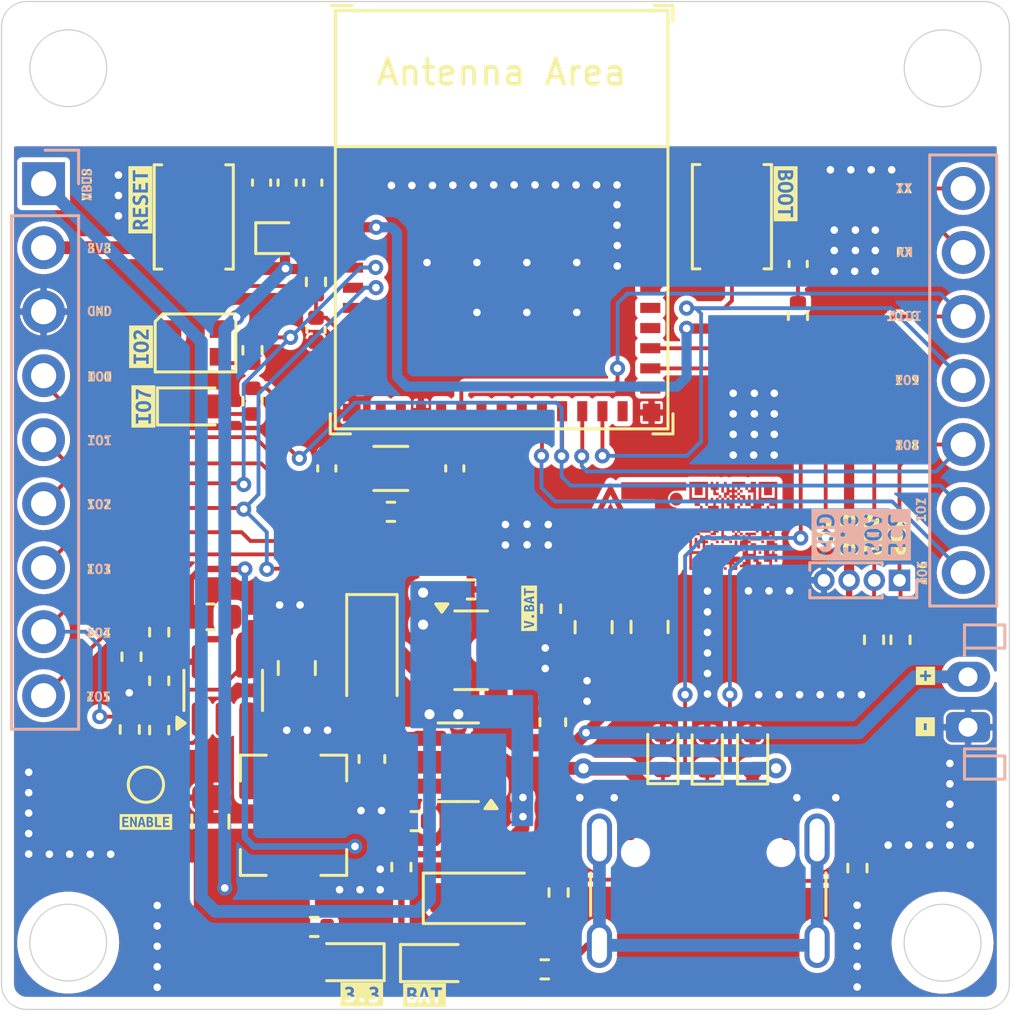
<source format=kicad_pcb>
(kicad_pcb (version 20240108) (generator "pcbnew") (generator_version "8.0")
  (title_block (title "esp-unit-c3-v3") (date "2025-05-04") (rev "3.0"))
  (layers (0 "F.Cu" signal) (31 "B.Cu" signal) (34 "B.Paste" user) (35 "F.Paste" user) (36 "B.SilkS" user "B.Silkscreen") (37 "F.SilkS" user "F.Silkscreen") (38 "B.Mask" user) (39 "F.Mask" user) (44 "Edge.Cuts" user))
  (net 0 "")
  (net 1 "GND")
  (net 2 "CHIP_PU")
  (net 3 "+BATT")
  (net 4 "VBUS")
  (net 5 "IO0")
  (net 6 "IO1")
  (net 7 "+3V3")
  (net 8 "+5V")
  (net 9 "IO9_BOOT")
  (net 10 "USB_D+")
  (net 11 "USB_D-")
  (net 12 "/Buck_Coil")
  (net 13 "IO2")
  (net 14 "IO7")
  (net 15 "IO10_SDA")
  (net 16 "IO8_SCL")
  (net 17 "IO21_TX")
  (net 23 "IO6")
  (net 24 "IO5")
  (net 27 "IO4")
  (net 33 "IO3")
  (net 34 "IO20_RX")
  (net 37 "Net-(U4-FB)")
  (net 38 "Net-(D1-DIN)")
  (net 40 "Net-(D3-A)")
  (net 41 "Net-(D4-K)")
  (net 42 "Net-(D7-A)")
  (net 43 "Net-(J3-CC2)")
  (net 44 "Net-(J3-SHIELD)")
  (net 45 "Net-(J3-CC1)")
  (net 48 "Net-(U3-PROG)")
  (net 49 "Net-(U3-STAT)")
  (net 50 "Net-(D10-A)")
  (net 51 "Net-(R17-Pad1)")
  (net 52 "Net-(U4-EN)")
  (net 53 "Net-(R16-Pad2)")
  (footprint "LOGO" (layer "F.Cu") (at 138.285006 87.564894)
    (property "Reference" "G***" (hide yes))
    (property "Value" "LOGO" (hide yes))
  )
  (footprint "LOGO" (layer "F.Cu") (at 133.915006 87.544894)
    (property "Reference" "G***" (hide yes))
    (property "Value" "LOGO" (hide yes))
  )
  (footprint "kibuzzard-680CDA08" (layer "F.Cu") (at 140.36 74.385 -90)
    (property "Reference" "kibuzzard-680CDA08" (hide yes))
    (property "Value" "G***" (hide yes))
  )
  (footprint "Resistor_SMD:R_0805_2012Metric" (layer "F.Cu") (at 134.96 91.575 -90)
    (property "Reference" "R17" (hide yes))
    (property "Value" "442K" (hide yes))
  )
  (footprint "Diode_SMD:D_SOD-123" (layer "F.Cu") (at 123.941 92.6505 -90)
    (property "Reference" "D5" (hide yes))
    (property "Value" "B5819W" (hide yes))
  )
  (footprint "kibuzzard-680CD9B9" (layer "F.Cu") (at 114.87 82.825 90)
    (property "Reference" "kibuzzard-680CD9B9" (hide yes))
    (property "Value" "G***" (hide yes))
  )
  (footprint "kibuzzard-680CFD12" (layer "F.Cu") (at 113.13 79.035)
    (property "Reference" "kibuzzard-680CFD12" (hide yes))
    (property "Value" "G***" (hide yes))
  )
  (footprint "Crystal:Crystal_SMD_3215-2Pin_3.2x1.5mm" (layer "F.Cu") (at 124.69 85.285 180)
    (property "Reference" "Y1" (hide yes))
    (property "Value" "32.768Hz" (hide yes))
  )
  (footprint "Button_Switch_SMD:SW_Push_SPST_NO_Alps_SKRK" (layer "F.Cu") (at 116.87 75.305 90)
    (property "Reference" "SW2" (hide yes))
    (property "Value" "RESET" (hide yes))
  )
  (footprint "Resistor_SMD:R_0402_1005Metric" (layer "F.Cu") (at 121.65 103.48)
    (property "Reference" "R21" (hide yes))
    (property "Value" "470R" (hide yes))
  )
  (footprint "Package_TO_SOT_SMD:SOT-23-5" (layer "F.Cu") (at 118.0386 94.095 90)
    (property "Reference" "U4" (hide yes))
    (property "Value" "SY8088" (hide yes))
  )
  (footprint "Capacitor_SMD:C_0603_1608Metric" (layer "F.Cu") (at 117.5306 91.174)
    (property "Reference" "C11" (hide yes))
    (property "Value" "22pF 50V" (hide yes))
  )
  (footprint "kibuzzard-6816EC1C" (layer "F.Cu") (at 112.62 74.025 90)
    (property "Reference" "kibuzzard-6816EC1C" (hide yes))
    (property "Value" "G***" (hide yes))
  )
  (footprint "LED_SMD:LED_0603_1608Metric" (layer "F.Cu") (at 122.9425 104.88 180)
    (property "Reference" "D10" (hide yes))
    (property "Value" "DNP" (hide yes))
  )
  (footprint "Capacitor_SMD:C_0603_1608Metric" (layer "F.Cu") (at 123.941 96.819 90)
    (property "Reference" "C7" (hide yes))
    (property "Value" "4.7uF 16V" (hide yes))
  )
  (footprint "Resistor_SMD:R_0402_1005Metric" (layer "F.Cu") (at 115.4986 91.7836 90)
    (property "Reference" "R15" (hide yes))
    (property "Value" "100K" (hide yes))
  )
  (footprint "DeltaT32:Delta_Board-2" (layer "F.Cu") (at 129.74 86.255)
    (property "Reference" "U2" (hide yes))
    (property "Value" "Delta Board 2" (hide yes))
    (fp_line (start -20.5 19.5) (end -20.5 -18.5) (stroke (width 0.05)) (layer "Edge.Cuts"))
    (fp_line (start -19.5 -19.5) (end 18.5 -19.5) (stroke (width 0.05)) (layer "Edge.Cuts"))
    (fp_line (start 18.5 20.5) (end -19.5 20.5) (stroke (width 0.05)) (layer "Edge.Cuts"))
    (fp_line (start 19.5 19.5) (end 19.5 -18.5) (stroke (width 0.05)) (layer "Edge.Cuts"))
    (fp_arc (start -20.5 -18.5) (mid -20.207107 -19.207107) (end -19.5 -19.5) (stroke (width 0.05)) (layer "Edge.Cuts"))
    (fp_arc (start -19.5 20.5) (mid -20.207107 20.207107) (end -20.5 19.5) (stroke (width 0.05)) (layer "Edge.Cuts"))
    (fp_arc (start 18.5 -19.5) (mid 19.207107 -19.207107) (end 19.5 -18.5) (stroke (width 0.05)) (layer "Edge.Cuts"))
    (fp_arc (start 19.5 19.5) (mid 19.207107 20.207107) (end 18.5 20.5) (stroke (width 0.05)) (layer "Edge.Cuts"))
    (fp_circle (center -17.85309 17.849516) (end -19.37709 17.849516) (stroke (width 0.05)) (fill none) (layer "Edge.Cuts"))
    (fp_circle (center -17.849516 -16.85309) (end -17.849516 -18.37709) (stroke (width 0.05)) (fill none) (layer "Edge.Cuts"))
    (fp_circle (center 16.849516 17.85309) (end 16.849516 19.37709) (stroke (width 0.05)) (fill none) (layer "Edge.Cuts"))
    (fp_circle (center 16.85309 -16.849516) (end 18.37709 -16.849516) (stroke (width 0.05)) (fill none) (layer "Edge.Cuts"))
  )
  (footprint "Resistor_SMD:R_0805_2012Metric" (layer "F.Cu") (at 132.74 91.585 90)
    (property "Reference" "R18" (hide yes))
    (property "Value" "160K" (hide yes))
  )
  (footprint "kibuzzard-680CFDE4" (layer "F.Cu") (at 145.77 89.435 90)
    (property "Reference" "kibuzzard-680CFDE4" (hide yes))
    (property "Value" "G***" (hide yes))
  )
  (footprint "Button_Switch_SMD:SW_Push_SPST_NO_Alps_SKRK" (layer "F.Cu") (at 138.23 75.295 90)
    (property "Reference" "SW1" (hide yes))
    (property "Value" "BOOT" (hide yes))
  )
  (footprint "kibuzzard-680CFDCF" (layer "F.Cu") (at 145.73 86.925 90)
    (property "Reference" "kibuzzard-680CFDCF" (hide yes))
    (property "Value" "G***" (hide yes))
  )
  (footprint "kibuzzard-680CFD7F" (layer "F.Cu") (at 113.11 89.275)
    (property "Reference" "kibuzzard-680CFD7F" (hide yes))
    (property "Value" "G***" (hide yes))
  )
  (footprint "Capacitor_SMD:C_0402_1005Metric" (layer "F.Cu") (at 119.561 73.943 -90)
    (property "Reference" "C1" (hide yes))
    (property "Value" "10nF 10V" (hide yes))
  )
  (footprint "Resistor_SMD:R_0402_1005Metric" (layer "F.Cu") (at 114.33 95.645 -90)
    (property "Reference" "R20" (hide yes))
    (property "Value" "0R" (hide yes))
  )
  (footprint "Diode_SMD:D_SOD-523" (layer "F.Cu") (at 137.25 96.555 90)
    (property "Reference" "D6" (hide yes))
    (property "Value" "LESD5D5.0CT1G" (hide yes))
  )
  (footprint "Resistor_SMD:R_0402_1005Metric" (layer "F.Cu") (at 144.92 92.085 -90)
    (property "Reference" "R2" (hide yes))
    (property "Value" "10K" (hide yes))
  )
  (footprint "Resistor_SMD:R_0402_1005Metric" (layer "F.Cu") (at 114.4 92.76 -90)
    (property "Reference" "R22" (hide yes))
    (property "Value" "100" (hide yes))
  )
  (footprint "kibuzzard-680CD9CB" (layer "F.Cu") (at 114.78 80.455 90)
    (property "Reference" "kibuzzard-680CD9CB" (hide yes))
    (property "Value" "G***" (hide yes))
  )
  (footprint "Capacitor_SMD:C_0805_2012Metric" (layer "F.Cu") (at 120.9596 93.206 -90)
    (property "Reference" "C10" (hide yes))
    (property "Value" "10uF 16V" (hide yes))
  )
  (footprint "Diode_SMD:D_SOD-523" (layer "F.Cu") (at 139.05 96.5525 90)
    (property "Reference" "D8" (hide yes))
    (property "Value" "LESD5D5.0CT1G" (hide yes))
  )
  (footprint "Resistor_SMD:R_0402_1005Metric" (layer "F.Cu") (at 125.6428 99.2828)
    (property "Reference" "R7" (hide yes))
    (property "Value" "10K" (hide yes))
  )
  (footprint "kibuzzard-680CFF32" (layer "F.Cu") (at 114.97 99.315)
    (property "Reference" "kibuzzard-680CFF32" (hide yes))
    (property "Value" "G***" (hide yes))
  )
  (footprint "kibuzzard-680CFD73" (layer "F.Cu") (at 113.12 86.705)
    (property "Reference" "kibuzzard-680CFD73" (hide yes))
    (property "Value" "G***" (hide yes))
  )
  (footprint "Resistor_SMD:R_0402_1005Metric" (layer "F.Cu") (at 143.87 92.085 -90)
    (property "Reference" "R4" (hide yes))
    (property "Value" "10K" (hide yes))
  )
  (footprint "TestPoint:TestPoint_Pad_D1.0mm" (layer "F.Cu") (at 114.971 97.835)
    (property "Reference" "TP1" (hide yes))
    (property "Value" "ENABLE" (hide yes))
  )
  (footprint "Capacitor_SMD:C_0402_1005Metric" (layer "F.Cu") (at 140.86 77.17 90)
    (property "Reference" "C8" (hide yes))
    (property "Value" "1nF 10V" (hide yes))
  )
  (footprint "Resistor_SMD:R_0402_1005Metric" (layer "F.Cu") (at 143.21 101.145 -90)
    (property "Reference" "R14" (hide yes))
    (property "Value" "5K1" (hide yes))
  )
  (footprint "Resistor_SMD:R_0402_1005Metric" (layer "F.Cu") (at 125.11 101.105 -90)
    (property "Reference" "R9" (hide yes))
    (property "Value" "1K" (hide yes))
  )
  (footprint "kibuzzard-680CFDFB" (layer "F.Cu") (at 113.09 94.335)
    (property "Reference" "kibuzzard-680CFDFB" (hide yes))
    (property "Value" "G***" (hide yes))
  )
  (footprint "PCM_Espressif:ESP32-C3-MINI-1" (layer "F.Cu") (at 129.09 75.415)
    (property "Reference" "U1" (hide yes))
    (property "Value" "ESP32-C3-MINI-1" (hide yes))
  )
  (footprint "Resistor_SMD:R_0402_1005Metric" (layer "F.Cu") (at 131.05 90.855 -90)
    (property "Reference" "R19" (hide yes))
    (property "Value" "0R" (hide yes))
  )
  (footprint "Capacitor_SMD:C_0402_1005Metric" (layer "F.Cu") (at 120.577 73.943 -90)
    (property "Reference" "C2" (hide yes))
    (property "Value" "100nF 10V" (hide yes))
  )
  (footprint "Resistor_SMD:R_0402_1005Metric" (layer "F.Cu") (at 115.4986 93.714 90)
    (property "Reference" "R16" (hide yes))
    (property "Value" "22K" (hide yes))
  )
  (footprint "Diode_SMD:D_SOD-523" (layer "F.Cu") (at 135.49 96.535 90)
    (property "Reference" "D9" (hide yes))
    (property "Value" "LESD5D5.0CT1G" (hide yes))
  )
  (footprint "Capacitor_SMD:C_0402_1005Metric" (layer "F.Cu") (at 121.593 73.943 -90)
    (property "Reference" "C3" (hide yes))
    (property "Value" "1uF 16V" (hide yes))
  )
  (footprint "Diode_SMD:D_SOD-123" (layer "F.Cu") (at 128.34 102.345)
    (property "Reference" "D7" (hide yes))
    (property "Value" "B5819W" (hide yes))
  )
  (footprint "Connector_USB:USB_C_Receptacle_GCT_USB4105-xx-A_16P_TopMnt_Horizontal" (layer "F.Cu") (at 137.29 103.135)
    (property "Reference" "J3" (hide yes))
    (property "Value" "USB C 16P" (hide yes))
  )
  (footprint "kibuzzard-6816DE78" (layer "F.Cu") (at 145.01 79.235)
    (property "Reference" "kibuzzard-6816DE78" (hide yes))
    (property "Value" "G***" (hide yes))
  )
  (footprint "kibuzzard-6816DE97" (layer "F.Cu") (at 145.19 81.775)
    (property "Reference" "kibuzzard-6816DE97" (hide yes))
    (property "Value" "G***" (hide yes))
  )
  (footprint "Resistor_SMD:R_0402_1005Metric" (layer "F.Cu") (at 119.2 80.595 -90)
    (property "Reference" "R1" (hide yes))
    (property "Value" "0R" (hide yes))
  )
  (footprint "Capacitor_SMD:C_0402_1005Metric" (layer "F.Cu") (at 122.15 85.285 90)
    (property "Reference" "C5" (hide yes))
    (property "Value" "DNP" (hide yes))
  )
  (footprint "kibuzzard-680CDBCC" (layer "F.Cu") (at 145.912584 93.515 -90)
    (property "Reference" "kibuzzard-680CDBCC" (hide yes))
    (property "Value" "G***" (hide yes))
  )
  (footprint "Resistor_SMD:R_0402_1005Metric" (layer "F.Cu") (at 140.85 79.225 -90)
    (property "Reference" "R8" (hide yes))
    (property "Value" "10K" (hide yes))
  )
  (footprint "LED_SMD:LED_0603_1608Metric" (layer "F.Cu") (at 126.56 104.915)
    (property "Reference" "D4" (hide yes))
    (property "Value" "RED LED" (hide yes))
  )
  (footprint "kibuzzard-6816DDEA" (layer "F.Cu") (at 113.14 81.635)
    (property "Reference" "kibuzzard-6816DDEA" (hide yes))
    (property "Value" "G***" (hide yes))
  )
  (footprint "Resistor_SMD:R_0402_1005Metric" (layer "F.Cu") (at 119.2 82.615 -90)
    (property "Reference" "R3" (hide yes))
    (property "Value" "470R" (hide yes))
  )
  (footprint "kibuzzard-680CDA1E" (layer "F.Cu") (at 114.75 74.625 90)
    (property "Reference" "kibuzzard-680CDA1E" (hide yes))
    (property "Value" "G***" (hide yes))
  )
  (footprint "Inductor_SMD:L_Bourns-SRN4018" (layer "F.Cu") (at 120.83 99.05 -90)
    (property "Reference" "L1" (hide yes))
    (property "Value" "SPH4018H2R2MT (2.2uH 2.2A)" (hide yes))
  )
  (footprint "Capacitor_SMD:C_0402_1005Metric" (layer "F.Cu") (at 121.72 79.785 -90)
    (property "Reference" "C4" (hide yes))
    (property "Value" "1uF 16V" (hide yes))
  )
  (footprint "LOGO" (layer "F.Cu") (at 133.915006 87.544894)
    (property "Reference" "G***" (hide yes))
    (property "Value" "LOGO" (hide yes))
  )
  (footprint "kibuzzard-6816DD82" (layer "F.Cu") (at 143.36 87.915 -90)
    (property "Reference" "kibuzzard-6816DD82" (hide yes))
    (property "Value" "G***" (hide yes))
  )
  (footprint "kibuzzard-680CFE08" (layer "F.Cu") (at 113.1 91.805)
    (property "Reference" "kibuzzard-680CFE08" (hide yes))
    (property "Value" "G***" (hide yes))
  )
  (footprint "kibuzzard-680CFDA8" (layer "F.Cu") (at 145.06 74.165)
    (property "Reference" "kibuzzard-680CFDA8" (hide yes))
    (property "Value" "G***" (hide yes))
  )
  (footprint "Package_TO_SOT_SMD:SOT-23-5" (layer "F.Cu") (at 127.37 96.946 180)
    (property "Reference" "U3" (hide yes))
    (property "Value" "MCP73831T-2ACI/OT" (hide yes))
  )
  (footprint "kibuzzard-680CFCF0" (layer "F.Cu") (at 113.12 76.535)
    (property "Reference" "kibuzzard-680CFCF0" (hide yes))
    (property "Value" "G***" (hide yes))
  )
  (footprint "Diode_SMD:D_SOD-882" (layer "F.Cu") (at 120.14 76.145)
    (property "Reference" "D2" (hide yes))
    (property "Value" "LESD8D3.3CAT5G" (hide yes))
  )
  (footprint "kibuzzard-6816DE5B" (layer "F.Cu") (at 145.19 84.355)
    (property "Reference" "kibuzzard-6816DE5B" (hide yes))
    (property "Value" "G***" (hide yes))
  )
  (footprint "kibuzzard-6816DDFD" (layer "F.Cu") (at 113.13 84.165)
    (property "Reference" "kibuzzard-6816DDFD" (hide yes))
    (property "Value" "G***" (hide yes))
  )
  (footprint "Resistor_SMD:R_0402_1005Metric" (layer "F.Cu") (at 127.878 90.088 180)
    (property "Reference" "R10" (hide yes))
    (property "Value" "100K" (hide yes))
  )
  (footprint "Capacitor_SMD:C_0603_1608Metric" (layer "F.Cu") (at 131.12 95.355 90)
    (property "Reference" "C9" (hide yes))
    (property "Value" "4.7uF 16V" (hide yes))
  )
  (footprint "Resistor_SMD:R_0402_1005Metric" (layer "F.Cu") (at 121.72 77.88 -90)
    (property "Reference" "R5" (hide yes))
    (property "Value" "10K" (hide yes))
  )
  (footprint "kibuzzard-68198D94" (layer "F.Cu") (at 123.54 106.16)
    (property "Reference" "kibuzzard-68198D94" (hide yes))
    (property "Value" "G***" (hide yes))
  )
  (footprint "Capacitor_SMD:C_0805_2012Metric" (layer "F.Cu") (at 117.5306 99.302 90)
    (property "Reference" "C12" (hide yes))
    (property "Value" "10uF 16V" (hide yes))
  )
  (footprint "kibuzzard-680CDA64" (layer "F.Cu") (at 126.03 106.185)
    (property "Reference" "kibuzzard-680CDA64" (hide yes))
    (property "Value" "G***" (hide yes))
  )
  (footprint "Resistor_SMD:R_0402_1005Metric" (layer "F.Cu") (at 131.35 102.115 90)
    (property "Reference" "R13" (hide yes))
    (property "Value" "5K1" (hide yes))
  )
  (footprint "LED_SMD:LED_WS2812B-2020_PLCC4_2.0x2.0mm" (layer "F.Cu") (at 116.94 80.305)
    (property "Reference" "D1" (hide yes))
    (property "Value" "WS2812B" (hide yes))
  )
  (footprint "kibuzzard-680CFDBB" (layer "F.Cu") (at 145.08 76.695)
    (property "Reference" "kibuzzard-680CFDBB" (hide yes))
    (property "Value" "G***" (hide yes))
  )
  (footprint "Package_TO_SOT_SMD:SOT-23" (layer "F.Cu") (at 127.878 92.501)
    (property "Reference" "Q1" (hide yes))
    (property "Value" "DMG3415U" (hide yes))
  )
  (footprint "Resistor_SMD:R_0402_1005Metric" (layer "F.Cu") (at 130.8 105.165)
    (property "Reference" "R11" (hide yes))
    (property "Value" "0R" (hide yes))
  )
  (footprint "Resistor_SMD:R_0402_1005Metric" (layer "F.Cu") (at 124.695 87.007)
    (property "Reference" "R6" (hide yes))
    (property "Value" "DNP" (hide yes))
  )
  (footprint "Resistor_SMD:R_0402_1005Metric" (layer "F.Cu") (at 115.4986 95.6698 90)
    (property "Reference" "R12" (hide yes))
    (property "Value" "10K" (hide yes))
  )
  (footprint "kibuzzard-680CDFA2" (layer "F.Cu") (at 130.18 90.835 90)
    (property "Reference" "kibuzzard-680CDFA2" (hide yes))
    (property "Value" "G***" (hide yes))
  )
  (footprint "LOGO" (layer "F.Cu") (at 138.285006 87.564894)
    (property "Reference" "G***" (hide yes))
    (property "Value" "LOGO" (hide yes))
  )
  (footprint "Capacitor_SMD:C_0402_1005Metric" (layer "F.Cu") (at 127.23 85.285 90)
    (property "Reference" "C6" (hide yes))
    (property "Value" "DNP" (hide yes))
  )
  (footprint "kibuzzard-680CDBED" (layer "F.Cu") (at 145.902584 95.535 -90)
    (property "Reference" "kibuzzard-680CDBED" (hide yes))
    (property "Value" "G***" (hide yes))
  )
  (footprint "LED_SMD:LED_0603_1608Metric" (layer "F.Cu") (at 116.9125 82.825)
    (property "Reference" "D3" (hide yes))
    (property "Value" "WHITE LED" (hide yes))
  )
  (footprint "kibuzzard-680CFE08" (layer "B.Cu") (at 113.1 91.805 180)
    (property "Reference" "kibuzzard-680CFE08" (hide yes))
    (property "Value" "G***" (hide yes))
  )
  (footprint "kibuzzard-680CFD7F" (layer "B.Cu") (at 113.11 89.275 180)
    (property "Reference" "kibuzzard-680CFD7F" (hide yes))
    (property "Value" "G***" (hide yes))
  )
  (footprint "kibuzzard-6816DDFD" (layer "B.Cu") (at 113.13 84.165 180)
    (property "Reference" "kibuzzard-6816DDFD" (hide yes))
    (property "Value" "G***" (hide yes))
  )
  (footprint "kibuzzard-680CFDFB" (layer "B.Cu") (at 113.09 94.335 180)
    (property "Reference" "kibuzzard-680CFDFB" (hide yes))
    (property "Value" "G***" (hide yes))
  )
  (footprint "kibuzzard-680CFDE4" (layer "B.Cu") (at 145.77 89.435 -90)
    (property "Reference" "kibuzzard-680CFDE4" (hide yes))
    (property "Value" "G***" (hide yes))
  )
  (footprint "kibuzzard-680CFCF0" (layer "B.Cu") (at 113.12 76.535 180)
    (property "Reference" "kibuzzard-680CFCF0" (hide yes))
    (property "Value" "G***" (hide yes))
  )
  (footprint "DeltaT32:JST_PH2.0" (layer "B.Cu") (at 144.85 94.605 90)
    (property "Reference" "J2" (hide yes))
    (property "Value" "JST PH2.0" (hide yes))
  )
  (footprint "kibuzzard-6816DD82" (layer "B.Cu") (at 143.36 87.91 90)
    (property "Reference" "kibuzzard-6816DD82" (hide yes))
    (property "Value" "G***" (hide yes))
  )
  (footprint "kibuzzard-6816DDEA" (layer "B.Cu") (at 113.14 81.635 180)
    (property "Reference" "kibuzzard-6816DDEA" (hide yes))
    (property "Value" "G***" (hide yes))
  )
  (footprint "kibuzzard-6816EC1C" (layer "B.Cu") (at 112.62 74.025 90)
    (property "Reference" "kibuzzard-6816EC1C" (hide yes))
    (property "Value" "G***" (hide yes))
  )
  (footprint "kibuzzard-680CFDBB" (layer "B.Cu") (at 145.08 76.695 180)
    (property "Reference" "kibuzzard-680CFDBB" (hide yes))
    (property "Value" "G***" (hide yes))
  )
  (footprint "kibuzzard-6816DE97" (layer "B.Cu") (at 145.19 81.775 180)
    (property "Reference" "kibuzzard-6816DE97" (hide yes))
    (property "Value" "G***" (hide yes))
  )
  (footprint "kibuzzard-6816DE5B" (layer "B.Cu") (at 145.19 84.355 180)
    (property "Reference" "kibuzzard-6816DE5B" (hide yes))
    (property "Value" "G***" (hide yes))
  )
  (footprint "Connector_PinHeader_1.00mm:PinHeader_1x04_P1.00mm_Vertical" (layer "B.Cu") (at 144.88 89.725 90)
    (property "Reference" "J1" (hide yes))
    (property "Value" "Conn_01x04" (hide yes))
  )
  (footprint "kibuzzard-680CFDCF" (layer "B.Cu") (at 145.73 86.925 -90)
    (property "Reference" "kibuzzard-680CFDCF" (hide yes))
    (property "Value" "G***" (hide yes))
  )
  (footprint "kibuzzard-6816DE78" (layer "B.Cu") (at 145.11 79.235 180)
    (property "Reference" "kibuzzard-6816DE78" (hide yes))
    (property "Value" "G***" (hide yes))
  )
  (footprint "kibuzzard-680CFD12" (layer "B.Cu") (at 113.13 79.035 180)
    (property "Reference" "kibuzzard-680CFD12" (hide yes))
    (property "Value" "G***" (hide yes))
  )
  (footprint "kibuzzard-680CFD73" (layer "B.Cu") (at 113.12 86.705 180)
    (property "Reference" "kibuzzard-680CFD73" (hide yes))
    (property "Value" "G***" (hide yes))
  )
  (footprint "kibuzzard-680CFDA8" (layer "B.Cu") (at 145.06 74.165 180)
    (property "Reference" "kibuzzard-680CFDA8" (hide yes))
    (property "Value" "G***" (hide yes))
  )
  (segment (start 134.09 99.455) (end 134.09 98.861289) (width 0.508) (layer "F.Cu") (net 1))
  (segment (start 140.806 98.353289) (end 142.352 98.353289) (width 0.508) (layer "F.Cu") (net 1))
  (segment (start 134.09 98.861289) (end 133.582 98.353289) (width 0.508) (layer "F.Cu") (net 1))
  (segment (start 140.482 98.553289) (end 140.682 98.353289) (width 0.508) (layer "F.Cu") (net 1))
  (segment (start 140.49 99.455) (end 140.472 99.437) (width 0.508) (layer "F.Cu") (net 1))
  (segment (start 133.556 98.353289) (end 132.192 98.353289) (width 0.508) (layer "F.Cu") (net 1))
  (segment (start 140.682 98.353289) (end 140.806 98.353289) (width 0.508) (layer "F.Cu") (net 1))
  (segment (start 140.472 99.437) (end 140.472 98.563289) (width 0.508) (layer "F.Cu") (net 1))
  (via (at 120.56 95.675) (size 0.6) (drill 0.3) (layers "F.Cu" "B.Cu") (net 1))
  (via (at 133.67 74.8194) (size 0.6) (drill 0.3) (layers "F.Cu" "B.Cu") (net 1))
  (via (at 146.88 98.6122) (size 0.6) (drill 0.3) (layers "F.Cu" "B.Cu") (net 1))
  (via (at 139.91 83.1194) (size 0.6) (drill 0.3) (layers "F.Cu" "B.Cu") (net 1))
  (via (at 138.28 83.1194) (size 0.6) (drill 0.3) (layers "F.Cu" "B.Cu") (net 1))
  (via (at 137.26 93.4222) (size 0.6) (drill 0.3) (layers "F.Cu" "B.Cu") (net 1))
  (via (at 132.48 93.7122) (size 0.6) (drill 0.3) (layers "F.Cu" "B.Cu") (net 1))
  (via (at 144.43 100.235) (size 0.6) (drill 0.3) (layers "F.Cu" "B.Cu") (net 1))
  (via (at 122.6572 102.005) (size 0.6) (drill 0.3) (layers "F.Cu" "B.Cu") (net 1))
  (via (at 139.9056 84.755) (size 0.6) (drill 0.3) (layers "F.Cu" "B.Cu") (net 1))
  (via (at 143.92 75.825) (size 0.6) (drill 0.3) (layers "F.Cu" "B.Cu") (net 1))
  (via (at 137.26 90.1522) (size 0.6) (drill 0.3) (layers "F.Cu" "B.Cu") (net 1))
  (via (at 125.5272 74.055) (size 0.6) (drill 0.3) (layers "F.Cu" "B.Cu") (net 1))
  (via (at 140.5156 90.145) (size 0.6) (drill 0.3) (layers "F.Cu" "B.Cu") (net 1))
  (via (at 145.2428 100.235) (size 0.6) (drill 0.3) (layers "F.Cu" "B.Cu") (net 1))
  (via (at 130.82 92.4122) (size 0.6) (drill 0.3) (layers "F.Cu" "B.Cu") (net 1))
  (via (at 113.88 75.2622) (size 0.6) (drill 0.3) (layers "F.Cu" "B.Cu") (net 1))
  (via (at 130.1 87.5022) (size 0.6) (drill 0.3) (layers "F.Cu" "B.Cu") (net 1))
  (via (at 140.1028 94.265) (size 0.6) (drill 0.3) (layers "F.Cu" "B.Cu") (net 1))
  (via (at 126.3444 74.055) (size 0.6) (drill 0.3) (layers "F.Cu" "B.Cu") (net 1))
  (via (at 138.28 82.3022) (size 0.6) (drill 0.3) (layers "F.Cu" "B.Cu") (net 1))
  (via (at 126.1276 77.1138) (size 0.6) (drill 0.3) (layers "F.Cu" "B.Cu") (net 1))
  (via (at 137.26 94.235) (size 0.6) (drill 0.3) (layers "F.Cu" "B.Cu") (net 1))
  (via (at 123.47 102.005) (size 0.6) (drill 0.3) (layers "F.Cu" "B.Cu") (net 1))
  (via (at 133.68 77.2522) (size 0.6) (drill 0.3) (layers "F.Cu" "B.Cu") (net 1))
  (via (at 110.32 98.155) (size 0.6) (drill 0.3) (layers "F.Cu" "B.Cu") (net 1))
  (via (at 124.27 102.005) (size 0.6) (drill 0.3) (layers "F.Cu" "B.Cu") (net 1))
  (via (at 142.5456 94.265) (size 0.6) (drill 0.3) (layers "F.Cu" "B.Cu") (net 1))
  (via (at 110.32 100.5878) (size 0.6) (drill 0.3) (layers "F.Cu" "B.Cu") (net 1))
  (via (at 128.7744 74.035) (size 0.6) (drill 0.3) (layers "F.Cu" "B.Cu") (net 1))
  (via (at 142.29 75.825) (size 0.6) (drill 0.3) (layers "F.Cu" "B.Cu") (net 1))
  (via (at 113.5728 100.595) (size 0.6) (drill 0.3) (layers "F.Cu" "B.Cu") (net 1))
  (via (at 110.32 99.775) (size 0.6) (drill 0.3) (layers "F.Cu" "B.Cu") (net 1))
  (via (at 139.91 83.9322) (size 0.6) (drill 0.3) (layers "F.Cu" "B.Cu") (net 1))
  (via (at 130.82 93.225) (size 0.6) (drill 0.3) (layers "F.Cu" "B.Cu") (net 1))
  (via (at 132.0712 77.1138) (size 0.6) (drill 0.3) (layers "F.Cu" "B.Cu") (net 1))
  (via (at 143.13 75.825) (size 0.6) (drill 0.3) (layers "F.Cu" "B.Cu") (net 1))
  (via (at 130.1 88.315) (size 0.6) (drill 0.3) (layers "F.Cu" "B.Cu") (net 1))
  (via (at 127.1544 74.045) (size 0.6) (drill 0.3) (layers "F.Cu" "B.Cu") (net 1))
  (via (at 141.7328 94.265) (size 0.6) (drill 0.3) (layers "F.Cu" "B.Cu") (net 1))
  (via (at 127.9672 74.045) (size 0.6) (drill 0.3) (layers "F.Cu" "B.Cu") (net 1))
  (via (at 132.0712 79.095) (size 0.6) (drill 0.3) (layers "F.Cu" "B.Cu") (net 1))
  (via (at 143.9156 77.4606) (size 0.6) (drill 0.3) (layers "F.Cu" "B.Cu") (net 1))
  (via (at 129.24 87.5122) (size 0.6) (drill 0.3) (layers "F.Cu" "B.Cu") (net 1))
  (via (at 143.1028 77.4606) (size 0.6) (drill 0.3) (layers "F.Cu" "B.Cu") (net 1))
  (via (at 140.9156 94.265) (size 0.6) (drill 0.3) (layers "F.Cu" "B.Cu") (net 1))
  (via (at 144.57 73.435) (size 0.6) (drill 0.3) (layers "F.Cu" "B.Cu") (net 1))
  (via (at 129.24 88.325) (size 0.6) (drill 0.3) (layers "F.Cu" "B.Cu") (net 1))
  (via (at 146.88 99.425) (size 0.6) (drill 0.3) (layers "F.Cu" "B.Cu") (net 1))
  (via (at 146.88 100.2378) (size 0.6) (drill 0.3) (layers "F.Cu" "B.Cu") (net 1))
  (via (at 114.31 94.19) (size 0.6) (drill 0.3) (layers "F.Cu" "B.Cu") (net 1))
  (via (at 139.29 94.265) (size 0.6) (drill 0.3) (layers "F.Cu" "B.Cu") (net 1))
  (via (at 142.1372 73.435) (size 0.6) (drill 0.3) (layers "F.Cu" "B.Cu") (net 1))
  (via (at 146.88 97.805) (size 0.6) (drill 0.3) (layers "F.Cu" "B.Cu") (net 1))
  (via (at 131.2272 74.035) (size 0.6) (drill 0.3) (layers "F.Cu" "B.Cu") (net 1))
  (via (at 115.42 105.875) (size 0.6) (drill 0.3) (layers "F.Cu" "B.Cu") (net 1))
  (via (at 139.12 83.9322) (size 0.6) (drill 0.3) (layers "F.Cu" "B.Cu") (net 1))
  (via (at 115.42 104.2494) (size 0.6) (drill 0.3) (layers "F.Cu" "B.Cu") (net 1))
  (via (at 130.94 88.325) (size 0.6) (drill 0.3) (layers "F.Cu" "B.Cu") (net 1))
  (via (at 139.12 82.3022) (size 0.6) (drill 0.3) (layers "F.Cu" "B.Cu") (net 1))
  (via (at 130.4144 74.035) (size 0.6) (drill 0.3) (layers "F.Cu" "B.Cu") (net 1))
  (via (at 115.42 105.0622) (size 0.6) (drill 0.3) (layers "F.Cu" "B.Cu") (net 1))
  (via (at 124.27 101.1922) (size 0.6) (drill 0.3) (layers "F.Cu" "B.Cu") (net 1))
  (via (at 121.09 90.705) (size 0.6) (drill 0.3) (layers "F.Cu" "B.Cu") (net 1))
  (via (at 139.91 82.3022) (size 0.6) (drill 0.3) (layers "F.Cu" "B.Cu") (net 1))
  (via (at 143.2 102.6194) (size 0.6) (drill 0.3) (layers "F.Cu" "B.Cu") (net 1))
  (via (at 132.192 98.353289) (size 0.6) (drill 0.3) (layers "F.Cu" "B.Cu") (net 1))
  (via (at 143.2 105.0522) (size 0.6) (drill 0.3) (layers "F.Cu" "B.Cu") (net 1))
  (via (at 128.1088 77.1138) (size 0.6) (drill 0.3) (layers "F.Cu" "B.Cu") (net 1))
  (via (at 111.14 100.595) (size 0.6) (drill 0.3) (layers "F.Cu" "B.Cu") (net 1))
  (via (at 115.42 103.4422) (size 0.6) (drill 0.3) (layers "F.Cu" "B.Cu") (net 1))
  (via (at 137.26 91.7922) (size 0.6) (drill 0.3) (layers "F.Cu" "B.Cu") (net 1))
  (via (at 139.7028 90.145) (size 0.6) (drill 0.3) (layers "F.Cu" "B.Cu") (net 1))
  (via (at 133.68 76.4394) (size 0.6) (drill 0.3) (layers "F.Cu" "B.Cu") (net 1))
  (via (at 110.32 97.3422) (size 0.6) (drill 0.3) (layers "F.Cu" "B.Cu") (net 1))
  (via (at 132.8572 74.035) (size 0.6) (drill 0.3) (layers "F.Cu" "B.Cu") (net 1))
  (via (at 142.29 76.6378) (size 0.6) (drill 0.3) (layers "F.Cu" "B.Cu") (net 1))
  (via (at 139.12 83.1194) (size 0.6) (drill 0.3) (layers "F.Cu" "B.Cu") (net 1))
  (via (at 133.556 98.353289) (size 0.6) (drill 0.3) (layers "F.Cu" "B.Cu") (net 1))
  (via (at 143.92 76.6378) (size 0.6) (drill 0.3) (layers "F.Cu" "B.Cu") (net 1))
  (via (at 132.48 94.525) (size 0.6) (drill 0.3) (layers "F.Cu" "B.Cu") (net 1))
  (via (at 123.51 98.865) (size 0.6) (drill 0.3) (layers "F.Cu" "B.Cu") (net 1))
  (via (at 115.42 102.6294) (size 0.6) (drill 0.3) (layers "F.Cu" "B.Cu") (net 1))
  (via (at 147.69 100.235) (size 0.6) (drill 0.3) (layers "F.Cu" "B.Cu") (net 1))
  (via (at 113.88 74.455) (size 0.6) (drill 0.3) (layers "F.Cu" "B.Cu") (net 1))
  (via (at 130.09 79.095) (size 0.6) (drill 0.3) (layers "F.Cu" "B.Cu") (net 1))
  (via (at 138.28 83.9322) (size 0.6) (drill 0.3) (layers "F.Cu" "B.Cu") (net 1))
  (via (at 129.5872 74.035) (size 0.6) (drill 0.3) (layers "F.Cu" "B.Cu") (net 1))
  (via (at 139.0928 84.755) (size 0.6) (drill 0.3) (layers "F.Cu" "B.Cu") (net 1))
  (via (at 124.3228 98.865) (size 0.6) (drill 0.3) (layers "F.Cu" "B.Cu") (net 1))
  (via (at 143.3728 94.265) (size 0.6) (drill 0.3) (layers "F.Cu" "B.Cu") (net 1))
  (via (at 120.2772 90.705) (size 0.6) (drill 0.3) (layers "F.Cu" "B.Cu") (net 1))
  (via (at 142.29 77.4606) (size 0.6) (drill 0.3) (layers "F.Cu" "B.Cu") (net 1))
  (via (at 142.352 98.353289) (size 0.6) (drill 0.3) (layers "F.Cu" "B.Cu") (net 1))
  (via (at 140.806 98.353289) (size 0.6) (drill 0.3) (layers "F.Cu" "B.Cu") (net 1))
  (via (at 142.95 73.435) (size 0.6) (drill 0.3) (layers "F.Cu" "B.Cu") (net 1))
  (via (at 124.7144 74.055) (size 0.6) (drill 0.3) (layers "F.Cu" "B.Cu") (net 1))
  (via (at 133.67 75.6322) (size 0.6) (drill 0.3) (layers "F.Cu" "B.Cu") (net 1))
  (via (at 110.32 98.9622) (size 0.6) (drill 0.3) (layers "F.Cu" "B.Cu") (net 1))
  (via (at 130.94 87.5122) (size 0.6) (drill 0.3) (layers "F.Cu" "B.Cu") (net 1))
  (via (at 146.07 100.235) (size 0.6) (drill 0.3) (layers "F.Cu" "B.Cu") (net 1))
  (via (at 128.1088 79.095) (size 0.6) (drill 0.3) (layers "F.Cu" "B.Cu") (net 1))
  (via (at 113.88 73.6422) (size 0.6) (drill 0.3) (layers "F.Cu" "B.Cu") (net 1))
  (via (at 133.67 74.035) (size 0.6) (drill 0.3) (layers "F.Cu" "B.Cu") (net 1))
  (via (at 111.9472 100.595) (size 0.6) (drill 0.3) (layers "F.Cu" "B.Cu") (net 1))
  (via (at 143.13 76.6378) (size 0.6) (drill 0.3) (layers "F.Cu" "B.Cu") (net 1))
  (via (at 143.2 103.4322) (size 0.6) (drill 0.3) (layers "F.Cu" "B.Cu") (net 1))
  (via (at 122.18 95.675) (size 0.6) (drill 0.3) (layers "F.Cu" "B.Cu") (net 1))
  (via (at 138.8856 90.145) (size 0.6) (drill 0.3) (layers "F.Cu" "B.Cu") (net 1))
  (via (at 146.88 96.9922) (size 0.6) (drill 0.3) (layers "F.Cu" "B.Cu") (net 1))
  (via (at 121.3728 95.675) (size 0.6) (drill 0.3) (layers "F.Cu" "B.Cu") (net 1))
  (via (at 137.26 92.6094) (size 0.6) (drill 0.3) (layers "F.Cu" "B.Cu") (net 1))
  (via (at 143.2 104.2394) (size 0.6) (drill 0.3) (layers "F.Cu" "B.Cu") (net 1))
  (via (at 130.09 77.1138) (size 0.6) (drill 0.3) (layers "F.Cu" "B.Cu") (net 1))
  (via (at 138.28 84.755) (size 0.6) (drill 0.3) (layers "F.Cu" "B.Cu") (net 1))
  (via (at 143.7572 73.435) (size 0.6) (drill 0.3) (layers "F.Cu" "B.Cu") (net 1))
  (via (at 112.76 100.595) (size 0.6) (drill 0.3) (layers "F.Cu" "B.Cu") (net 1))
  (via (at 143.2 105.865) (size 0.6) (drill 0.3) (layers "F.Cu" "B.Cu") (net 1))
  (via (at 132.0444 74.035) (size 0.6) (drill 0.3) (layers "F.Cu" "B.Cu") (net 1))
  (via (at 137.26 90.9794) (size 0.6) (drill 0.3) (layers "F.Cu" "B.Cu") (net 1))
  (segment (start 122.129 79.305) (end 121.72 79.305) (width 0.1524) (layer "F.Cu") (net 2))
  (segment (start 121.72 78.39) (end 121.72 79.305) (width 0.1524) (layer "F.Cu") (net 2))
  (segment (start 121.375 78.045) (end 117.51 78.045) (width 0.1524) (layer "F.Cu") (net 2))
  (segment (start 123.19 79.715) (end 122.539 79.715) (width 0.1524) (layer "F.Cu") (net 2))
  (segment (start 122.539 79.715) (end 122.129 79.305) (width 0.1524) (layer "F.Cu") (net 2))
  (segment (start 117.51 78.045) (end 116.9 77.435) (width 0.1524) (layer "F.Cu") (net 2))
  (segment (start 121.72 78.39) (end 121.375 78.045) (width 0.1524) (layer "F.Cu") (net 2))
  (segment (start 134.96 93.255) (end 132.44 95.775) (width 0.4064) (layer "F.Cu") (net 3))
  (segment (start 132.085 96.13) (end 131.12 96.13) (width 0.508) (layer "F.Cu") (net 3))
  (segment (start 134.96 92.4875) (end 134.96 93.255) (width 0.4064) (layer "F.Cu") (net 3))
  (segment (start 132.44 95.775) (end 132.085 96.13) (width 0.508) (layer "F.Cu") (net 3))
  (via (at 132.44 95.775) (size 0.6) (drill 0.3) (layers "F.Cu" "B.Cu") (net 3))
  (segment (start 143.27 95.775) (end 145.49 93.555) (width 0.508) (layer "B.Cu") (net 3))
  (segment (start 132.44 95.775) (end 143.27 95.775) (width 0.508) (layer "B.Cu") (net 3))
  (segment (start 145.49 93.555) (end 147.6 93.555) (width 0.508) (layer "B.Cu") (net 3))
  (segment (start 129.9467 99.1163) (end 129.9354 99.105) (width 0.508) (layer "F.Cu") (net 4))
  (segment (start 129.9354 99.105) (end 129.9354 98.343) (width 0.508) (layer "F.Cu") (net 4))
  (segment (start 126.69 102.345) (end 127.1375 102.345) (width 0.508) (layer "F.Cu") (net 4))
  (segment (start 127.3475 103.9525) (end 127.3475 104.915) (width 0.254) (layer "F.Cu") (net 4))
  (segment (start 124.002 95.996) (end 126.2325 95.996) (width 0.508) (layer "F.Cu") (net 4))
  (segment (start 127.1375 102.345) (end 129.9354 99.5471) (width 0.508) (layer "F.Cu") (net 4))
  (segment (start 123.941 95.935) (end 124.002 95.996) (width 0.508) (layer "F.Cu") (net 4))
  (segment (start 126.989 90.088) (end 126.9405 90.1365) (width 0.508) (layer "F.Cu") (net 4))
  (segment (start 126.9405 91.551) (end 126.039 91.551) (width 0.508) (layer "F.Cu") (net 4))
  (segment (start 127.368 90.088) (end 126.1 90.088) (width 0.508) (layer "F.Cu") (net 4))
  (segment (start 129.9354 99.5471) (end 129.9354 99.105) (width 0.508) (layer "F.Cu") (net 4))
  (segment (start 126.1 90.088) (end 125.973 90.215) (width 0.508) (layer "F.Cu") (net 4))
  (segment (start 126.9405 90.1365) (end 126.9405 91.551) (width 0.508) (layer "F.Cu") (net 4))
  (segment (start 126.2325 95.996) (end 126.2325 95.0465) (width 0.508) (layer "F.Cu") (net 4))
  (segment (start 126.039 91.551) (end 125.973 91.485) (width 0.508) (layer "F.Cu") (net 4))
  (segment (start 123.941 94.3005) (end 123.941 95.935) (width 0.508) (layer "F.Cu") (net 4))
  (segment (start 126.69 102.345) (end 126.69 103.295) (width 0.254) (layer "F.Cu") (net 4))
  (segment (start 126.69 103.295) (end 127.3475 103.9525) (width 0.254) (layer "F.Cu") (net 4))
  (segment (start 126.2325 95.0465) (end 126.227 95.041) (width 0.508) (layer "F.Cu") (net 4))
  (segment (start 126.227 95.041) (end 127.37 95.041) (width 0.508) (layer "F.Cu") (net 4))
  (via (at 127.37 95.041) (size 0.8) (drill 0.4) (layers "F.Cu" "B.Cu") (net 4))
  (via (at 126.227 95.041) (size 0.8) (drill 0.4) (layers "F.Cu" "B.Cu") (net 4))
  (via (at 129.9354 99.105) (size 0.6) (drill 0.3) (layers "F.Cu" "B.Cu") (net 4))
  (via (at 129.9354 98.343) (size 0.6) (drill 0.3) (layers "F.Cu" "B.Cu") (net 4))
  (via (at 125.973 90.215) (size 0.8) (drill 0.4) (layers "F.Cu" "B.Cu") (net 4))
  (via (at 125.973 91.485) (size 0.8) (drill 0.4) (layers "F.Cu" "B.Cu") (net 4))
  (segment (start 117.72 102.865) (end 117.17 102.315) (width 0.508) (layer "B.Cu") (net 4))
  (segment (start 117.17 80.245) (end 110.91 73.985) (width 0.508) (layer "B.Cu") (net 4))
  (segment (start 125.76 102.865) (end 117.72 102.865) (width 0.508) (layer "B.Cu") (net 4))
  (segment (start 117.17 102.315) (end 117.17 80.245) (width 0.508) (layer "B.Cu") (net 4))
  (segment (start 126.227 102.398) (end 125.76 102.865) (width 0.508) (layer "B.Cu") (net 4))
  (segment (start 126.227 95.041) (end 126.227 102.398) (width 0.508) (layer "B.Cu") (net 4))
  (segment (start 123.44 85.285) (end 124.055 85.285) (width 0.1524) (layer "F.Cu") (net 5))
  (segment (start 110.91 81.895) (end 113.06 84.045) (width 0.1524) (layer "F.Cu") (net 5))
  (segment (start 110.91 81.605) (end 110.91 81.895) (width 0.1524) (layer "F.Cu") (net 5))
  (segment (start 122.262 87.007) (end 124.185 87.007) (width 0.1524) (layer "F.Cu") (net 5))
  (segment (start 124.29 85.31) (end 124.29 83.015) (width 0.1524) (layer "F.Cu") (net 5))
  (segment (start 124.185 85.415) (end 124.185 87.007) (width 0.1524) (layer "F.Cu") (net 5))
  (segment (start 124.185 85.415) (end 124.29 85.31) (width 0.1524) (layer "F.Cu") (net 5))
  (segment (start 119.3 84.045) (end 122.262 87.007) (width 0.1524) (layer "F.Cu") (net 5))
  (segment (start 124.055 85.285) (end 124.185 85.415) (width 0.1524) (layer "F.Cu") (net 5))
  (segment (start 122.15 85.765) (end 122.96 85.765) (width 0.1524) (layer "F.Cu") (net 5))
  (segment (start 113.06 84.045) (end 119.3 84.045) (width 0.1524) (layer "F.Cu") (net 5))
  (segment (start 122.96 85.765) (end 123.44 85.285) (width 0.1524) (layer "F.Cu") (net 5))
  (segment (start 125.09 85.29) (end 125.09 83.015) (width 0.1524) (layer "F.Cu") (net 6))
  (segment (start 119.54 85.085) (end 122.0582 87.6032) (width 0.1524) (layer "F.Cu") (net 6))
  (segment (start 111.85 85.085) (end 119.54 85.085) (width 0.1524) (layer "F.Cu") (net 6))
  (segment (start 110.91 84.145) (end 111.85 85.085) (width 0.1524) (layer "F.Cu") (net 6))
  (segment (start 126.42 85.765) (end 125.94 85.285) (width 0.1524) (layer "F.Cu") (net 6))
  (segment (start 122.0582 87.6032) (end 124.6088 87.6032) (width 0.1524) (layer "F.Cu") (net 6))
  (segment (start 125.205 85.405) (end 125.205 87.007) (width 0.1524) (layer "F.Cu") (net 6))
  (segment (start 125.94 85.285) (end 125.325 85.285) (width 0.1524) (layer "F.Cu") (net 6))
  (segment (start 125.325 85.285) (end 125.205 85.405) (width 0.1524) (layer "F.Cu") (net 6))
  (segment (start 124.6088 87.6032) (end 125.205 87.007) (width 0.1524) (layer "F.Cu") (net 6))
  (segment (start 125.205 85.405) (end 125.09 85.29) (width 0.1524) (layer "F.Cu") (net 6))
  (segment (start 127.23 85.765) (end 126.42 85.765) (width 0.1524) (layer "F.Cu") (net 6))
  (segment (start 120.577 74.423) (end 119.561 74.423) (width 0.1524) (layer "F.Cu") (net 7))
  (segment (start 136.44 79.735) (end 136.43 79.725) (width 0.4064) (layer "F.Cu") (net 7))
  (segment (start 120.54 75.195) (end 120.58 75.155) (width 0.4064) (layer "F.Cu") (net 7))
  (segment (start 120.83 100.575) (end 120.83 101.61) (width 0.508) (layer "F.Cu") (net 7))
  (segment (start 142.6 79.725) (end 142.39 79.725) (width 0.4064) (layer "F.Cu") (net 7))
  (segment (start 142.88 92.405) (end 142.88 89.725) (width 0.254) (layer "F.Cu") (net 7))
  (segment (start 120.577 74.423) (end 121.593 74.423) (width 0.1524) (layer "F.Cu") (net 7))
  (segment (start 119.1 77.355) (end 120.51 77.355) (width 0.508) (layer "F.Cu") (net 7))
  (segment (start 119.589 74.423) (end 119.561 74.451) (width 0.254) (layer "F.Cu") (net 7))
  (segment (start 120.505 101.935) (end 118.1 101.935) (width 0.508) (layer "F.Cu") (net 7))
  (segment (start 116.7556 89.6594) (end 116.7556 91.174) (width 0.254) (layer "F.Cu") (net 7))
  (segment (start 120.83 101.61) (end 120.505 101.935) (width 0.508) (layer "F.Cu") (net 7))
  (segment (start 121.4 75.715) (end 123.19 75.715) (width 0.4064) (layer "F.Cu") (net 7))
  (segment (start 142.38 79.735) (end 136.44 79.735) (width 0.4064) (layer "F.Cu") (net 7))
  (segment (start 115.907 91.2736) (end 116.0066 91.174) (width 0.254) (layer "F.Cu") (net 7))
  (segment (start 142.88 89.725) (end 142.88 80.005) (width 0.4064) (layer "F.Cu") (net 7))
  (segment (start 120.97 76.145) (end 121.4 75.715) (width 0.4064) (layer "F.Cu") (net 7))
  (segment (start 142.88 80.005) (end 142.6 79.725) (width 0.4064) (layer "F.Cu") (net 7))
  (segment (start 120.49 76.145) (end 120.97 76.145) (width 0.4064) (layer "F.Cu") (net 7))
  (segment (start 118.575 79.29) (end 118.11 79.755) (width 0.1524) (layer "F.Cu") (net 7))
  (segment (start 144.92 92.595) (end 143.87 92.595) (width 0.254) (layer "F.Cu") (net 7))
  (segment (start 120.525 77.37) (end 120.51 77.355) (width 0.4064) (layer "F.Cu") (net 7))
  (segment (start 118.27 76.525) (end 119.1 77.355) (width 0.508) (layer "F.Cu") (net 7))
  (segment (start 120.49 77.335) (end 120.49 75.245) (width 0.4064) (layer "F.Cu") (net 7))
  (segment (start 124.11 75.715) (end 123.19 75.715) (width 0.4064) (layer "F.Cu") (net 7))
  (segment (start 142.39 79.725) (end 142.38 79.735) (width 0.4064) (layer "F.Cu") (net 7))
  (segment (start 120.51 77.355) (end 120.49 77.335) (width 0.4064) (layer "F.Cu") (net 7))
  (segment (start 118.11 101.945) (end 118.1 101.935) (width 0.508) (layer "F.Cu") (net 7))
  (segment (start 121.72 77.37) (end 120.525 77.37) (width 0.4064) (layer "F.Cu") (net 7))
  (segment (start 115.4986 91.2736) (end 115.907 91.2736) (width 0.254) (layer "F.Cu") (net 7))
  (segment (start 143.84 92.625) (end 143.1 92.625) (width 0.254) (layer "F.Cu") (net 7))
  (segment (start 143.87 92.595) (end 143.84 92.625) (width 0.254) (layer "F.Cu") (net 7))
  (segment (start 117.14 89.275) (end 116.7556 89.6594) (width 0.254) (layer "F.Cu") (net 7))
  (segment (start 116.0066 91.174) (end 116.7556 91.174) (width 0.254) (layer "F.Cu") (net 7))
  (segment (start 118.11 79.755) (end 117.855 79.755) (width 0.1524) (layer "F.Cu") (net 7))
  (segment (start 110.91 76.525) (end 118.27 76.525) (width 0.508) (layer "F.Cu") (net 7))
  (segment (start 118.9 89.275) (end 117.14 89.275) (width 0.254) (layer "F.Cu") (net 7))
  (segment (start 143.1 92.625) (end 142.88 92.405) (width 0.254) (layer "F.Cu") (net 7))
  (segment (start 120.49 75.245) (end 120.58 75.155) (width 0.4064) (layer "F.Cu") (net 7))
  (segment (start 120.58 75.155) (end 120.58 74.426) (width 0.4064) (layer "F.Cu") (net 7))
  (via (at 123.27 100.285) (size 0.6) (drill 0.3) (layers "F.Cu" "B.Cu") (net 7))
  (via (at 118.1 101.935) (size 0.6) (drill 0.3) (layers "F.Cu" "B.Cu") (net 7))
  (via (at 118.9 89.275) (size 0.6) (drill 0.3) (layers "F.Cu" "B.Cu") (net 7))
  (via (at 124.11 75.715) (size 0.6) (drill 0.3) (layers "F.Cu" "B.Cu") (net 7))
  (via (at 118.575 79.29) (size 0.6) (drill 0.3) (layers "F.Cu" "B.Cu") (net 7))
  (via (at 120.51 77.355) (size 0.6) (drill 0.3) (layers "F.Cu" "B.Cu") (net 7))
  (via (at 136.43 79.725) (size 0.6) (drill 0.3) (layers "F.Cu" "B.Cu") (net 7))
  (segment (start 136.05 82.035) (end 125.33 82.035) (width 0.4064) (layer "B.Cu") (net 7))
  (segment (start 118.1 79.765) (end 118.1 101.935) (width 0.508) (layer "B.Cu") (net 7))
  (segment (start 118.575 79.29) (end 120.51 77.355) (width 0.508) (layer "B.Cu") (net 7))
  (segment (start 136.43 81.655) (end 136.05 82.035) (width 0.4064) (layer "B.Cu") (net 7))
  (segment (start 118.575 79.29) (end 118.1 79.765) (width 0.508) (layer "B.Cu") (net 7))
  (segment (start 124.94 75.935) (end 124.72 75.715) (width 0.4064) (layer "B.Cu") (net 7))
  (segment (start 124.72 75.715) (end 124.11 75.715) (width 0.4064) (layer "B.Cu") (net 7))
  (segment (start 118.9 89.275) (end 118.9 99.935) (width 0.254) (layer "B.Cu") (net 7))
  (segment (start 136.43 79.725) (end 136.43 81.655) (width 0.4064) (layer "B.Cu") (net 7))
  (segment (start 125.33 82.035) (end 124.94 81.645) (width 0.4064) (layer "B.Cu") (net 7))
  (segment (start 119.25 100.285) (end 123.27 100.285) (width 0.254) (layer "B.Cu") (net 7))
  (segment (start 118.9 99.935) (end 119.25 100.285) (width 0.254) (layer "B.Cu") (net 7))
  (segment (start 124.94 81.645) (end 124.94 75.935) (width 0.4064) (layer "B.Cu") (net 7))
  (segment (start 116.5934 94.065) (end 117.8811 94.065) (width 0.1524) (layer "F.Cu") (net 8))
  (segment (start 125.907 93.451) (end 125.084 92.628) (width 0.6096) (layer "F.Cu") (net 8))
  (segment (start 115.4986 95.1598) (end 116.5934 94.065) (width 0.1524) (layer "F.Cu") (net 8))
  (segment (start 124.449 92.628) (end 123.941 92.12) (width 0.6096) (layer "F.Cu") (net 8))
  (segment (start 126.9405 93.451) (end 125.907 93.451) (width 0.6096) (layer "F.Cu") (net 8))
  (segment (start 123.941 92.12) (end 123.941 91.0005) (width 0.6096) (layer "F.Cu") (net 8))
  (segment (start 125.084 92.628) (end 124.449 92.628) (width 0.6096) (layer "F.Cu") (net 8))
  (segment (start 117.8811 94.065) (end 118.9886 92.9575) (width 0.1524) (layer "F.Cu") (net 8))
  (segment (start 140.86 77.675) (end 138.51 77.675) (width 0.1524) (layer "F.Cu") (net 9))
  (segment (start 140.85 78.715) (end 140.85 77.685) (width 0.1524) (layer "F.Cu") (net 9))
  (segment (start 137.930003 78.924997) (end 136.43 78.924997) (width 0.1524) (layer "F.Cu") (net 9))
  (segment (start 138.51 77.675) (end 138.23 77.395) (width 0.1524) (layer "F.Cu") (net 9))
  (segment (start 138.23 77.395) (end 138.23 78.625) (width 0.1524) (layer "F.Cu") (net 9))
  (segment (start 138.23 78.625) (end 137.930003 78.924997) (width 0.1524) (layer "F.Cu") (net 9))
  (segment (start 140.85 77.685) (end 140.86 77.675) (width 0.1524) (layer "F.Cu") (net 9))
  (segment (start 133.09 84.785) (end 133.09 83.015) (width 0.1524) (layer "F.Cu") (net 9))
  (via (at 133.09 84.785) (size 0.6) (drill 0.3) (layers "F.Cu" "B.Cu") (net 9))
  (via (at 136.43 78.924997) (size 0.6) (drill 0.3) (layers "F.Cu" "B.Cu") (net 9))
  (segment (start 137.0062 79.1412) (end 137.0062 84.2188) (width 0.1524) (layer "B.Cu") (net 9))
  (segment (start 144.549997 78.924997) (end 136.43 78.924997) (width 0.1524) (layer "B.Cu") (net 9))
  (segment (start 147.41 81.795) (end 147.41 81.785) (width 0.1524) (layer "B.Cu") (net 9))
  (segment (start 136.43 78.924997) (end 136.789997 78.924997) (width 0.1524) (layer "B.Cu") (net 9))
  (segment (start 136.789997 78.924997) (end 137.0062 79.1412) (width 0.1524) (layer "B.Cu") (net 9))
  (segment (start 137.0062 84.2188) (end 136.44 84.785) (width 0.1524) (layer "B.Cu") (net 9))
  (segment (start 136.44 84.785) (end 133.09 84.785) (width 0.1524) (layer "B.Cu") (net 9))
  (segment (start 147.41 81.785) (end 144.549997 78.924997) (width 0.1524) (layer "B.Cu") (net 9))
  (segment (start 138.04 98.689867) (end 138.04 99.455) (width 0.1524) (layer "F.Cu") (net 10))
  (segment (start 141.95 80.805) (end 141.66 80.515) (width 0.1524) (layer "F.Cu") (net 10))
  (segment (start 138.15 97.08) (end 137.975 97.255) (width 0.1524) (layer "F.Cu") (net 10))
  (segment (start 138.15 94.255) (end 138.15 97.08) (width 0.1524) (layer "F.Cu") (net 10))
  (segment (start 137.205578 98.488289) (end 137.838422 98.488289) (width 0.1524) (layer "F.Cu") (net 10))
  (segment (start 141.66 80.515) (end 134.99 80.515) (width 0.1524) (layer "F.Cu") (net 10))
  (segment (start 137.25 97.255) (end 137.25 98.443867) (width 0.1524) (layer "F.Cu") (net 10))
  (segment (start 137.04 99.455) (end 137.04 98.653867) (width 0.1524) (layer "F.Cu") (net 10))
  (segment (start 141.95 88.035) (end 141.95 80.805) (width 0.1524) (layer "F.Cu") (net 10))
  (segment (start 137.25 98.443867) (end 137.205578 98.488289) (width 0.1524) (layer "F.Cu") (net 10))
  (segment (start 137.04 98.653867) (end 137.205578 98.488289) (width 0.1524) (layer "F.Cu") (net 10))
  (segment (start 137.975 97.255) (end 137.25 97.255) (width 0.1524) (layer "F.Cu") (net 10))
  (segment (start 137.838422 98.488289) (end 138.04 98.689867) (width 0.1524) (layer "F.Cu") (net 10))
  (via (at 141.95 88.035) (size 0.6) (drill 0.3) (layers "F.Cu" "B.Cu") (net 10))
  (via (at 138.15 94.255) (size 0.6) (drill 0.3) (layers "F.Cu" "B.Cu") (net 10))
  (segment (start 138.15 89.345) (end 138.67 88.825) (width 0.1524) (layer "B.Cu") (net 10))
  (segment (start 141.68 88.825) (end 141.95 88.555) (width 0.1524) (layer "B.Cu") (net 10))
  (segment (start 138.15 94.255) (end 138.15 89.345) (width 0.1524) (layer "B.Cu") (net 10))
  (segment (start 138.67 88.825) (end 141.68 88.825) (width 0.1524) (layer "B.Cu") (net 10))
  (segment (start 141.95 88.555) (end 141.95 88.035) (width 0.1524) (layer "B.Cu") (net 10))
  (segment (start 137.42 100.455) (end 136.66 100.455) (width 0.1524) (layer "F.Cu") (net 11))
  (segment (start 135.49 98.230289) (end 135.49 97.235) (width 0.1524) (layer "F.Cu") (net 11))
  (segment (start 140.96 88.045) (end 140.96 81.645) (width 0.1524) (layer "F.Cu") (net 11))
  (segment (start 140.63 81.315) (end 134.99 81.315) (width 0.1524) (layer "F.Cu") (net 11))
  (segment (start 137.54 100.335) (end 137.42 100.455) (width 0.1524) (layer "F.Cu") (net 11))
  (segment (start 140.96 81.645) (end 140.63 81.315) (width 0.1524) (layer "F.Cu") (net 11))
  (segment (start 135.748 98.488289) (end 135.49 98.230289) (width 0.1524) (layer "F.Cu") (net 11))
  (segment (start 136.54 99.455) (end 136.54 98.689867) (width 0.1524) (layer "F.Cu") (net 11))
  (segment (start 137.54 99.455) (end 137.54 100.335) (width 0.1524) (layer "F.Cu") (net 11))
  (segment (start 136.338422 98.488289) (end 135.748 98.488289) (width 0.1524) (layer "F.Cu") (net 11))
  (segment (start 136.66 100.455) (end 136.54 100.335) (width 0.1524) (layer "F.Cu") (net 11))
  (segment (start 136.54 98.689867) (end 136.338422 98.488289) (width 0.1524) (layer "F.Cu") (net 11))
  (segment (start 136.165 97.235) (end 136.37 97.03) (width 0.1524) (layer "F.Cu") (net 11))
  (segment (start 135.49 97.235) (end 136.165 97.235) (width 0.1524) (layer "F.Cu") (net 11))
  (segment (start 136.37 97.03) (end 136.37 94.265) (width 0.1524) (layer "F.Cu") (net 11))
  (segment (start 136.54 100.335) (end 136.54 99.455) (width 0.1524) (layer "F.Cu") (net 11))
  (via (at 136.37 94.265) (size 0.6) (drill 0.3) (layers "F.Cu" "B.Cu") (net 11))
  (via (at 140.96 88.045) (size 0.6) (drill 0.3) (layers "F.Cu" "B.Cu") (net 11))
  (segment (start 137.09 88.045) (end 140.96 88.045) (width 0.1524) (layer "B.Cu") (net 11))
  (segment (start 136.37 94.265) (end 136.37 88.765) (width 0.1524) (layer "B.Cu") (net 11))
  (segment (start 136.37 88.765) (end 137.09 88.045) (width 0.1524) (layer "B.Cu") (net 11))
  (segment (start 118.854 85.922565) (end 118.806435 85.875) (width 0.1524) (layer "F.Cu") (net 13))
  (segment (start 111.72 85.875) (end 110.91 86.685) (width 0.1524) (layer "F.Cu") (net 13))
  (segment (start 124.089938 77.31006) (end 123.19494 77.31006) (width 0.1524) (layer "F.Cu") (net 13))
  (segment (start 118.806435 85.875) (end 111.72 85.875) (width 0.1524) (layer "F.Cu") (net 13))
  (segment (start 119.2 80.085) (end 120.71 80.085) (width 0.1524) (layer "F.Cu") (net 13))
  (segment (start 123.19494 77.31006) (end 123.19 77.315) (width 0.1524) (layer "F.Cu") (net 13))
  (via (at 118.854 85.922565) (size 0.6) (drill 0.3) (layers "F.Cu" "B.Cu") (net 13))
  (via (at 120.71 80.085) (size 0.6) (drill 0.3) (layers "F.Cu" "B.Cu") (net 13))
  (via (at 124.089938 77.31006) (size 0.6) (drill 0.3) (layers "F.Cu" "B.Cu") (net 13))
  (segment (start 118.854 85.922565) (end 118.85 85.918565) (width 0.1524) (layer "B.Cu") (net 13))
  (segment (start 118.85 81.945) (end 120.71 80.085) (width 0.1524) (layer "B.Cu") (net 13))
  (segment (start 120.71 80.085) (end 123.48494 77.31006) (width 0.1524) (layer "B.Cu") (net 13))
  (segment (start 118.85 85.918565) (end 118.85 81.945) (width 0.1524) (layer "B.Cu") (net 13))
  (segment (start 123.48494 77.31006) (end 124.089938 77.31006) (width 0.1524) (layer "B.Cu") (net 13))
  (segment (start 120.7 80.085) (end 120.71 80.085) (width 0.1524) (layer "B.Cu") (net 13))
  (segment (start 120.1 82.445) (end 119.76 82.105) (width 0.1524) (layer "F.Cu") (net 14))
  (segment (start 131.46988 84.798816) (end 131.49 84.778696) (width 0.1524) (layer "F.Cu") (net 14))
  (segment (start 121.06 84.885) (end 121.05 84.885) (width 0.1524) (layer "F.Cu") (net 14))
  (segment (start 131.49 84.778696) (end 131.49 83.015) (width 0.1524) (layer "F.Cu") (net 14))
  (segment (start 119.76 82.105) (end 119.2 82.105) (width 0.1524) (layer "F.Cu") (net 14))
  (segment (start 120.1 83.935) (end 120.1 82.445) (width 0.1524) (layer "F.Cu") (net 14))
  (segment (start 121.05 84.885) (end 120.1 83.935) (width 0.1524) (layer "F.Cu") (net 14))
  (via (at 121.06 84.885) (size 0.6) (drill 0.3) (layers "F.Cu" "B.Cu") (net 14))
  (via (at 131.46988 84.798816) (size 0.6) (drill 0.3) (layers "F.Cu" "B.Cu") (net 14))
  (segment (start 131.83 85.965) (end 146.5 85.965) (width 0.1524) (layer "B.Cu") (net 14))
  (segment (start 123.2688 82.6762) (end 121.06 84.885) (width 0.1524) (layer "B.Cu") (net 14))
  (segment (start 131.46988 82.88488) (end 131.2612 82.6762) (width 0.1524) (layer "B.Cu") (net 14))
  (segment (start 146.5 85.965) (end 147.41 86.875) (width 0.1524) (layer "B.Cu") (net 14))
  (segment (start 131.2612 82.6762) (end 123.2688 82.6762) (width 0.1524) (layer "B.Cu") (net 14))
  (segment (start 131.46988 84.798816) (end 131.46988 82.88488) (width 0.1524) (layer "B.Cu") (net 14))
  (segment (start 131.46988 84.798816) (end 131.46988 85.60488) (width 0.1524) (layer "B.Cu") (net 14))
  (segment (start 131.46988 85.60488) (end 131.83 85.965) (width 0.1524) (layer "B.Cu") (net 14))
  (segment (start 133.69 81.3088) (end 133.69 81.805) (width 0.1524) (layer "F.Cu") (net 15))
  (segment (start 143.88 79.985) (end 144.61 79.255) (width 0.1524) (layer "F.Cu") (net 15))
  (segment (start 143.87 91.575) (end 143.87 89.735) (width 0.1524) (layer "F.Cu") (net 15))
  (segment (start 143.87 89.735) (end 143.88 89.725) (width 0.1524) (layer "F.Cu") (net 15))
  (segment (start 127.49 82.155) (end 127.49 83.015) (width 0.1524) (layer "F.Cu") (net 15))
  (segment (start 133.5 81.995) (end 127.65 81.995) (width 0.1524) (layer "F.Cu") (net 15))
  (segment (start 133.69 81.805) (end 133.5 81.995) (width 0.1524) (layer "F.Cu") (net 15))
  (segment (start 144.61 79.255) (end 147.41 79.255) (width 0.1524) (layer "F.Cu") (net 15))
  (segment (start 143.88 89.725) (end 143.88 79.985) (width 0.1524) (layer "F.Cu") (net 15))
  (segment (start 127.65 81.995) (end 127.49 82.155) (width 0.1524) (layer "F.Cu") (net 15))
  (via (at 133.69 81.3088) (size 0.6) (drill 0.3) (layers "F.Cu" "B.Cu") (net 15))
  (segment (start 134.076203 78.348797) (end 133.69 78.735) (width 0.1524) (layer "B.Cu") (net 15))
  (segment (start 147.41 79.255) (end 146.503797 78.348797) (width 0.1524) (layer "B.Cu") (net 15))
  (segment (start 133.69 78.735) (end 133.69 81.3088) (width 0.1524) (layer "B.Cu") (net 15))
  (segment (start 146.503797 78.348797) (end 134.076203 78.348797) (width 0.1524) (layer "B.Cu") (net 15))
  (segment (start 144.88 89.725) (end 144.88 85.175) (width 0.1524) (layer "F.Cu") (net 16))
  (segment (start 144.88 85.175) (end 145.72 84.335) (width 0.1524) (layer "F.Cu") (net 16))
  (segment (start 132.29 83.015) (end 132.29 84.785635) (width 0.1524) (layer "F.Cu") (net 16))
  (segment (start 144.92 89.765) (end 144.88 89.725) (width 0.1524) (layer "F.Cu") (net 16))
  (segment (start 144.92 91.575) (end 144.92 89.765) (width 0.1524) (layer "F.Cu") (net 16))
  (segment (start 132.29 84.785635) (end 132.269853 84.805782) (width 0.1524) (layer "F.Cu") (net 16))
  (segment (start 145.72 84.335) (end 147.41 84.335) (width 0.1524) (layer "F.Cu") (net 16))
  (via (at 132.269853 84.805782) (size 0.6) (drill 0.3) (layers "F.Cu" "B.Cu") (net 16))
  (segment (start 132.48 85.405) (end 146.34 85.405) (width 0.1524) (layer "B.Cu") (net 16))
  (segment (start 132.269853 84.805782) (end 132.269853 85.194853) (width 0.1524) (layer "B.Cu") (net 16))
  (segment (start 146.34 85.405) (end 147.41 84.335) (width 0.1524) (layer "B.Cu") (net 16))
  (segment (start 132.269853 85.194853) (end 132.48 85.405) (width 0.1524) (layer "B.Cu") (net 16))
  (segment (start 138.33 74.175) (end 147.41 74.175) (width 0.1524) (layer "F.Cu") (net 17))
  (segment (start 134.99 77.315) (end 135.19 77.315) (width 0.1524) (layer "F.Cu") (net 17))
  (segment (start 135.19 77.315) (end 138.33 74.175) (width 0.1524) (layer "F.Cu") (net 17))
  (segment (start 130.69 84.764997) (end 130.69 83.015) (width 0.1524) (layer "F.Cu") (net 23))
  (segment (start 130.669997 84.785) (end 130.69 84.764997) (width 0.1524) (layer "F.Cu") (net 23))
  (via (at 130.669997 84.785) (size 0.6) (drill 0.3) (layers "F.Cu" "B.Cu") (net 23))
  (segment (start 130.669997 86.044997) (end 131.22 86.595) (width 0.1524) (layer "B.Cu") (net 23))
  (segment (start 144.59 86.595) (end 147.41 89.415) (width 0.1524) (layer "B.Cu") (net 23))
  (segment (start 130.669997 84.785) (end 130.669997 86.044997) (width 0.1524) (layer "B.Cu") (net 23))
  (segment (start 131.22 86.595) (end 144.59 86.595) (width 0.1524) (layer "B.Cu") (net 23))
  (segment (start 129.89 85.395) (end 129.89 83.015) (width 0.1524) (layer "F.Cu") (net 24))
  (segment (start 126.59 88.695) (end 129.89 85.395) (width 0.1524) (layer "F.Cu") (net 24))
  (segment (start 110.91 94.305) (end 116.52 88.695) (width 0.1524) (layer "F.Cu") (net 24))
  (segment (start 116.52 88.695) (end 126.59 88.695) (width 0.1524) (layer "F.Cu") (net 24))
  (segment (start 119.12 88.165) (end 126.18 88.165) (width 0.1524) (layer "F.Cu") (net 27))
  (segment (start 113.14 95.135) (end 114.33 95.135) (width 0.1524) (layer "F.Cu") (net 27))
  (segment (start 129.09 85.255) (end 129.09 83.015) (width 0.1524) (layer "F.Cu") (net 27))
  (segment (start 114.86 87.815) (end 118.77 87.815) (width 0.1524) (layer "F.Cu") (net 27))
  (segment (start 126.18 88.165) (end 129.09 85.255) (width 0.1524) (layer "F.Cu") (net 27))
  (segment (start 118.77 87.815) (end 119.12 88.165) (width 0.1524) (layer "F.Cu") (net 27))
  (segment (start 110.91 91.765) (end 114.86 87.815) (width 0.1524) (layer "F.Cu") (net 27))
  (via (at 113.14 95.135) (size 0.6) (drill 0.3) (layers "F.Cu" "B.Cu") (net 27))
  (segment (start 110.91 91.765) (end 112.57 91.765) (width 0.1524) (layer "B.Cu") (net 27))
  (segment (start 113.14 92.335) (end 113.14 95.135) (width 0.1524) (layer "B.Cu") (net 27))
  (segment (start 112.57 91.765) (end 113.14 92.335) (width 0.1524) (layer "B.Cu") (net 27))
  (segment (start 119.79 89.265) (end 119.77 89.285) (width 0.1524) (layer "F.Cu") (net 33))
  (segment (start 118.809 86.855) (end 113.28 86.855) (width 0.1524) (layer "F.Cu") (net 33))
  (segment (start 130.7 89.265) (end 119.79 89.265) (width 0.1524) (layer "F.Cu") (net 33))
  (segment (start 113.28 86.855) (end 110.91 89.225) (width 0.1524) (layer "F.Cu") (net 33))
  (segment (start 123.19 78.115) (end 124.095 78.115) (width 0.1524) (layer "F.Cu") (net 33))
  (segment (start 131.05 90.345) (end 131.05 89.615) (width 0.1524) (layer "F.Cu") (net 33))
  (segment (start 131.05 89.615) (end 130.7 89.265) (width 0.1524) (layer "F.Cu") (net 33))
  (segment (start 118.854 86.9) (end 118.809 86.855) (width 0.1524) (layer "F.Cu") (net 33))
  (segment (start 124.095 78.115) (end 124.1 78.11) (width 0.1524) (layer "F.Cu") (net 33))
  (via (at 124.1 78.11) (size 0.6) (drill 0.3) (layers "F.Cu" "B.Cu") (net 33))
  (via (at 119.77 89.285) (size 0.6) (drill 0.3) (layers "F.Cu" "B.Cu") (net 33))
  (via (at 118.854 86.9) (size 0.6) (drill 0.3) (layers "F.Cu" "B.Cu") (net 33))
  (segment (start 118.854 86.9) (end 119.44 86.314) (width 0.1524) (layer "B.Cu") (net 33))
  (segment (start 119.77 87.816) (end 118.854 86.9) (width 0.1524) (layer "B.Cu") (net 33))
  (segment (start 119.77 89.285) (end 119.77 87.816) (width 0.1524) (layer "B.Cu") (net 33))
  (segment (start 123.655 78.11) (end 124.1 78.11) (width 0.1524) (layer "B.Cu") (net 33))
  (segment (start 119.44 82.325) (end 123.655 78.11) (width 0.1524) (layer "B.Cu") (net 33))
  (segment (start 119.44 86.314) (end 119.44 82.325) (width 0.1524) (layer "B.Cu") (net 33))
  (segment (start 147.41 76.715) (end 145.67 74.975) (width 0.1524) (layer "F.Cu") (net 34))
  (segment (start 138.4824 74.975) (end 135.3424 78.115) (width 0.1524) (layer "F.Cu") (net 34))
  (segment (start 135.3424 78.115) (end 134.99 78.115) (width 0.1524) (layer "F.Cu") (net 34))
  (segment (start 145.67 74.975) (end 138.4824 74.975) (width 0.1524) (layer "F.Cu") (net 34))
  (segment (start 117.0886 92.9575) (end 117.0886 92.251) (width 0.254) (layer "F.Cu") (net 37))
  (segment (start 118.0386 92.063) (end 118.3056 91.796) (width 0.254) (layer "F.Cu") (net 37))
  (segment (start 115.8836 92.2936) (end 116.5475 92.9575) (width 0.254) (layer "F.Cu") (net 37))
  (segment (start 117.0886 92.251) (end 117.2766 92.063) (width 0.254) (layer "F.Cu") (net 37))
  (segment (start 118.3056 91.796) (end 118.3056 91.174) (width 0.254) (layer "F.Cu") (net 37))
  (segment (start 117.2766 92.063) (end 118.0386 92.063) (width 0.254) (layer "F.Cu") (net 37))
  (segment (start 115.455 92.25) (end 115.4986 92.2936) (width 0.254) (layer "F.Cu") (net 37))
  (segment (start 116.5475 92.9575) (end 117.0886 92.9575) (width 0.254) (layer "F.Cu") (net 37))
  (segment (start 115.4986 92.2936) (end 115.8836 92.2936) (width 0.254) (layer "F.Cu") (net 37))
  (segment (start 114.4 92.25) (end 115.455 92.25) (width 0.254) (layer "F.Cu") (net 37))
  (segment (start 118.105 81.105) (end 117.855 80.855) (width 0.1524) (layer "F.Cu") (net 38))
  (segment (start 119.2 81.105) (end 118.105 81.105) (width 0.1524) (layer "F.Cu") (net 38))
  (segment (start 119.2 83.125) (end 118 83.125) (width 0.1524) (layer "F.Cu") (net 40))
  (segment (start 118 83.125) (end 117.7 82.825) (width 0.1524) (layer "F.Cu") (net 40))
  (segment (start 125.11 104.2525) (end 125.7725 104.915) (width 0.254) (layer "F.Cu") (net 41))
  (segment (start 125.11 101.615) (end 125.11 104.2525) (width 0.254) (layer "F.Cu") (net 41))
  (segment (start 139.05 97.2525) (end 139.05 97.78) (width 0.508) (layer "F.Cu") (net 42))
  (segment (start 132.34 97.19) (end 132.37 97.22) (width 0.508) (layer "F.Cu") (net 42))
  (segment (start 129.99 101.095) (end 131.03 100.055) (width 0.508) (layer "F.Cu") (net 42))
  (segment (start 134.105 97.22) (end 134.89 98.005) (width 0.508) (layer "F.Cu") (net 42))
  (segment (start 139.05 97.78) (end 139.69 98.42) (width 0.508) (layer "F.Cu") (net 42))
  (segment (start 131.03 97.775) (end 131.615 97.19) (width 0.508) (layer "F.Cu") (net 42))
  (segment (start 129.99 102.345) (end 129.99 101.095) (width 0.508) (layer "F.Cu") (net 42))
  (segment (start 131.615 97.19) (end 132.34 97.19) (width 0.508) (layer "F.Cu") (net 42))
  (segment (start 131.03 100.055) (end 131.03 97.775) (width 0.508) (layer "F.Cu") (net 42))
  (segment (start 132.37 97.22) (end 134.105 97.22) (width 0.508) (layer "F.Cu") (net 42))
  (segment (start 139.1175 97.185) (end 139.05 97.2525) (width 0.508) (layer "F.Cu") (net 42))
  (segment (start 139.983711 97.185) (end 139.1175 97.185) (width 0.508) (layer "F.Cu") (net 42))
  (segment (start 139.69 98.42) (end 139.69 99.455) (width 0.508) (layer "F.Cu") (net 42))
  (segment (start 134.89 98.005) (end 134.89 99.455) (width 0.508) (layer "F.Cu") (net 42))
  (via (at 139.983711 97.185) (size 0.8) (drill 0.4) (layers "F.Cu" "B.Cu") (net 42))
  (via (at 132.34 97.19) (size 0.8) (drill 0.4) (layers "F.Cu" "B.Cu") (net 42))
  (segment (start 139.978711 97.19) (end 139.983711 97.185) (width 0.508) (layer "B.Cu") (net 42))
  (segment (start 132.34 97.19) (end 139.978711 97.19) (width 0.508) (layer "B.Cu") (net 42))
  (segment (start 139.022 99.448289) (end 139.022 101.107) (width 0.1524) (layer "F.Cu") (net 43))
  (segment (start 139.57 101.655) (end 143.22 101.655) (width 0.1524) (layer "F.Cu") (net 43))
  (segment (start 139.022 101.107) (end 139.57 101.655) (width 0.1524) (layer "F.Cu") (net 43))
  (segment (start 131.31 105.165) (end 131.544289 105.165) (width 0.254) (layer "F.Cu") (net 44))
  (segment (start 132.49 104.219289) (end 132.89 104.219289) (width 0.254) (layer "F.Cu") (net 44))
  (segment (start 131.544289 105.165) (end 132.49 104.219289) (width 0.254) (layer "F.Cu") (net 44))
  (segment (start 132.97 100.03) (end 132.97 104.21) (width 0.508) (layer "B.Cu") (net 44))
  (segment (start 132.97 104.21) (end 141.61 104.21) (width 0.508) (layer "B.Cu") (net 44))
  (segment (start 141.61 104.21) (end 141.61 100.03) (width 0.508) (layer "B.Cu") (net 44))
  (segment (start 136.04 101.075) (end 135.51 101.605) (width 0.1524) (layer "F.Cu") (net 45))
  (segment (start 135.51 101.605) (end 131.35 101.605) (width 0.1524) (layer "F.Cu") (net 45))
  (segment (start 136.04 99.455) (end 136.04 101.075) (width 0.1524) (layer "F.Cu") (net 45))
  (segment (start 126.1528 99.2828) (end 126.1528 98.6532) (width 0.1524) (layer "F.Cu") (net 48))
  (segment (start 126.1528 98.6532) (end 126.251 98.555) (width 0.1524) (layer "F.Cu") (net 48))
  (segment (start 126.251 98.555) (end 126.251 97.9145) (width 0.1524) (layer "F.Cu") (net 48))
  (segment (start 128.5075 98.7675) (end 128.5075 97.896) (width 0.254) (layer "F.Cu") (net 49))
  (segment (start 125.11 100.595) (end 126.68 100.595) (width 0.254) (layer "F.Cu") (net 49))
  (segment (start 126.68 100.595) (end 128.5075 98.7675) (width 0.254) (layer "F.Cu") (net 49))
  (segment (start 122.155 103.485) (end 122.16 103.48) (width 0.1524) (layer "F.Cu") (net 50))
  (segment (start 122.155 104.88) (end 122.155 103.485) (width 0.1524) (layer "F.Cu") (net 50))
  (segment (start 132.74 90.6725) (end 134.95 90.6725) (width 0.254) (layer "F.Cu") (net 51))
  (segment (start 132.0475 91.365) (end 132.74 90.6725) (width 0.254) (layer "F.Cu") (net 51))
  (segment (start 131.05 91.365) (end 132.0475 91.365) (width 0.254) (layer "F.Cu") (net 51))
  (segment (start 134.95 90.6725) (end 134.96 90.6625) (width 0.254) (layer "F.Cu") (net 51))
  (segment (start 115.4986 96.1798) (end 116.8428 96.1798) (width 0.1524) (layer "F.Cu") (net 52))
  (segment (start 114.33 96.505) (end 114.971 97.146) (width 0.1524) (layer "F.Cu") (net 52))
  (segment (start 115.4986 96.6274) (end 114.971 97.155) (width 0.1524) (layer "F.Cu") (net 52))
  (segment (start 116.8428 96.1798) (end 117.0988 95.9238) (width 0.1524) (layer "F.Cu") (net 52))
  (segment (start 114.33 96.155) (end 114.33 96.505) (width 0.1524) (layer "F.Cu") (net 52))
  (segment (start 114.971 97.155) (end 114.971 97.835) (width 0.1524) (layer "F.Cu") (net 52))
  (segment (start 114.971 97.146) (end 114.971 97.835) (width 0.1524) (layer "F.Cu") (net 52))
  (segment (start 117.0988 95.9238) (end 117.0988 95.2126) (width 0.1524) (layer "F.Cu") (net 52))
  (segment (start 115.4986 96.1798) (end 115.4986 96.6274) (width 0.1524) (layer "F.Cu") (net 52))
  (segment (start 115.4986 93.204) (end 114.466 93.204) (width 0.254) (layer "F.Cu") (net 53))
  (segment (start 114.466 93.204) (end 114.4 93.27) (width 0.254) (layer "F.Cu") (net 53))
  (zone (net 8) (net_name "+5V") (layer "F.Cu") (priority 1) (connect_pads yes (clearance 0.127)) (min_thickness 0.254) (fill yes (thermal_gap 0.256) (thermal_bridge_width 0.256))
    (polygon (pts (xy 122.4836 91.301) (xy 122.4836 90.285) (xy 124.541 90.285) (xy 124.541 92.317) (xy 122.9916 92.317) (xy 122.9916 92.952) (xy 119.3594 92.952) (xy 119.3594 93.333) (xy 119.3594 93.587) (xy 118.5466 93.587) (xy 118.5466 91.301)))
  )
  (zone (net 0) (net_name "") (layer "F.Cu") (connect_pads (clearance 0)) (min_thickness 0.25)
    (keepout (tracks allowed) (vias allowed) (pads allowed) (copperpour not_allowed) (footprints allowed))
    (fill (thermal_gap 0.5) (thermal_bridge_width 0.5))
    (polygon (pts (xy 112.25 93.035) (xy 116.61 88.675) (xy 116.61 88.655) (xy 116.65 88.615) (xy 121.88 88.615) (xy 121.88 86.625) (xy 119.03 83.775) (xy 113.22 83.775) (xy 112.25 82.822168)))
  )
  (zone (net 12) (net_name "/Buck_Coil") (layer "F.Cu") (priority 1) (connect_pads yes (clearance 0.127)) (min_thickness 0.254) (fill yes (thermal_gap 0.508) (thermal_bridge_width 0.508))
    (polygon (pts (xy 119.3086 94.73) (xy 119.3086 95.873) (xy 120.0706 96.635) (xy 122.89 96.635) (xy 122.89 98.413) (xy 118.6736 98.413) (xy 118.6736 94.73)))
  )
  (zone (net 0) (net_name "") (layer "F.Cu") (connect_pads (clearance 0)) (min_thickness 0.25)
    (keepout (tracks allowed) (vias allowed) (pads allowed) (copperpour not_allowed) (footprints allowed))
    (fill (thermal_gap 0.5) (thermal_bridge_width 0.5))
    (polygon (pts (xy 142.92 90.325) (xy 142.9 90.305) (xy 142.9 79.535) (xy 146.07 79.535) (xy 146.07 90.325)))
  )
  (zone (net 3) (net_name "+BATT") (layer "F.Cu") (priority 1) (connect_pads yes (clearance 0.127)) (min_thickness 0.127) (fill yes (thermal_gap 0.508) (thermal_bridge_width 0.508) (smoothing chamfer))
    (polygon (pts (xy 128.4114 95.0918) (xy 128.4114 92.0946) (xy 129.3258 92.0946) (xy 129.3258 95.2632) (xy 129.889 95.8264) (xy 131.5904 95.8264) (xy 131.5904 96.5162) (xy 129.5204 96.5162) (xy 129.2642 96.311) (xy 127.9542 96.311) (xy 127.9542 95.549)))
  )
  (zone (net 7) (net_name "+3V3") (layer "F.Cu") (priority 1) (connect_pads yes (clearance 0.127)) (min_thickness 0.254) (fill yes (thermal_gap 0.508) (thermal_bridge_width 0.508))
    (polygon (pts (xy 123.7676 99.5814) (xy 123.7676 100.9276) (xy 121.45 100.9276) (xy 121.505252 104.348011) (xy 116.87003 104.343667) (xy 116.87 100.9276) (xy 116.49 100.9276) (xy 116.49 99.5814)))
  )
  (zone (net 1) (net_name "GND") (layers "F&B.Cu") (name "GND") (connect_pads (clearance 0.1)) (min_thickness 0.1) (fill yes (thermal_gap 0.1) (thermal_bridge_width 0.254))
    (polygon (pts (xy 109.24 72.505) (xy 149.24 72.505) (xy 149.24 106.755) (xy 109.24 106.755)))
  )
  (zone (net 4) (net_name "VBUS") (layer "B.Cu") (priority 2) (connect_pads yes (clearance 0.1)) (min_thickness 0.1) (fill yes (thermal_gap 0.127) (thermal_bridge_width 0.254))
    (polygon (pts (xy 127.878 89.7578) (xy 127.878 94.279) (xy 130.345 94.279) (xy 130.345 99.486) (xy 129.4782 99.486) (xy 129.4782 95.5998) (xy 125.465 95.5998) (xy 125.465 89.7578)))
  )
)
</source>
